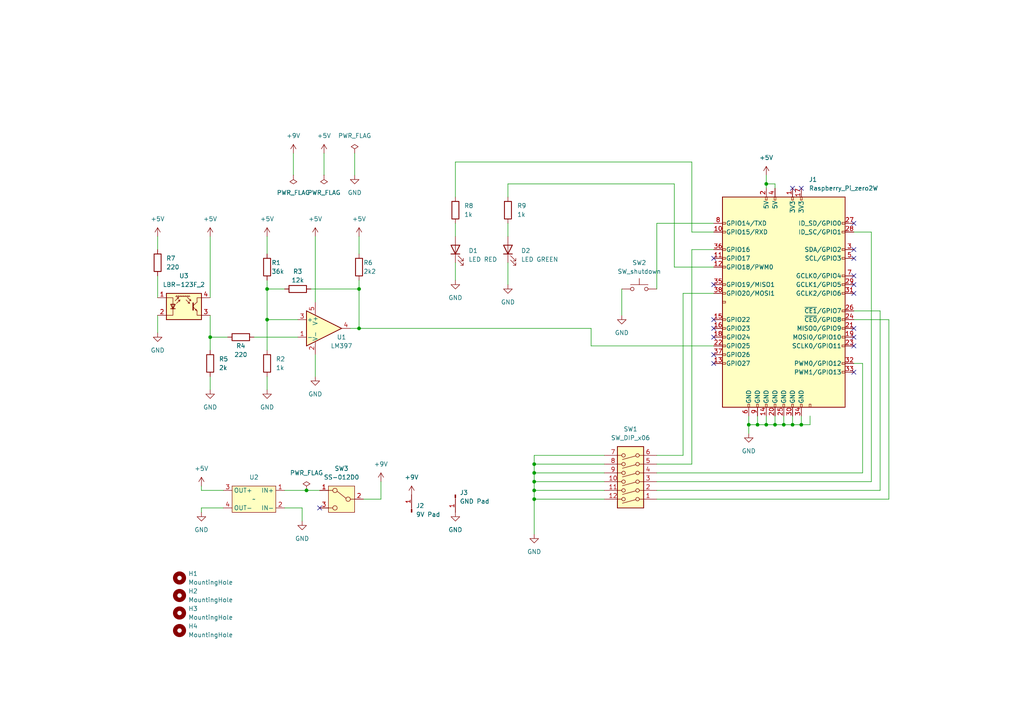
<source format=kicad_sch>
(kicad_sch (version 20230121) (generator eeschema)
  (paper "A4")
  (title_block (title "FILM MAGAZINE") (rev "1") (company "frogman crafts"))
  (lib_symbols
    (symbol "Comparator:LM397" (pin_names (offset 0.127))
      (property "Reference" "U" (at 1.27 5.08 0))
      (property "Value" "LM397" (at 3.81 -5.08 0))
      (symbol "LM397_0_1"
        (polyline (pts (xy -5.08 5.08) (xy 5.08 0) (xy -5.08 -5.08) (xy -5.08 5.08)) (stroke (width 0.254)) (fill (type background)))
      )
      (symbol "LM397_1_1"
        (pin input line (at -7.62 -2.54 0) (length 2.54) (name "-") (number "1"))
        (pin power_in line (at -2.54 -7.62 90) (length 3.81) (name "V-") (number "2"))
        (pin input line (at -7.62 2.54 0) (length 2.54) (name "+") (number "3"))
        (pin open_collector line (at 7.62 0 180) (length 2.54) (name "~") (number "4"))
        (pin power_in line (at -2.54 7.62 270) (length 3.81) (name "V+") (number "5"))
      )
    )
    (symbol "Connector:Conn_01x01_Pin" (pin_names (offset 1.016) hide)
      (property "Reference" "J" (at 0 2.54 0))
      (property "Value" "Conn_01x01_Pin" (at 0 -2.54 0))
      (symbol "Conn_01x01_Pin_1_1"
        (polyline (pts (xy 1.27 0) (xy 0.8636 0)) (stroke (width 0.1524)))
        (rectangle (start 0.8636 0.127) (end 0 -0.127) (stroke (width 0.1524)) (fill (type outline)))
        (pin passive line (at 5.08 0 180) (length 3.81) (name "Pin_1") (number "1"))
      )
    )
    (symbol "Device:LED" (pin_numbers hide) (pin_names (offset 1.016) hide)
      (property "Reference" "D" (at 0 2.54 0))
      (property "Value" "LED" (at 0 -2.54 0))
      (symbol "LED_0_1"
        (polyline (pts (xy -1.27 -1.27) (xy -1.27 1.27)) (stroke (width 0.254)))
        (polyline (pts (xy -1.27 0) (xy 1.27 0)))
        (polyline (pts (xy 1.27 -1.27) (xy 1.27 1.27) (xy -1.27 0) (xy 1.27 -1.27)) (stroke (width 0.254)))
        (polyline (pts (xy -3.048 -0.762) (xy -4.572 -2.286) (xy -3.81 -2.286) (xy -4.572 -2.286) (xy -4.572 -1.524)))
        (polyline (pts (xy -1.778 -0.762) (xy -3.302 -2.286) (xy -2.54 -2.286) (xy -3.302 -2.286) (xy -3.302 -1.524)))
      )
      (symbol "LED_1_1"
        (pin passive line (at -3.81 0 0) (length 2.54) (name "K") (number "1"))
        (pin passive line (at 3.81 0 180) (length 2.54) (name "A") (number "2"))
      )
    )
    (symbol "Device:R" (pin_numbers hide) (pin_names (offset 0))
      (property "Reference" "R" (at 2.032 0 90))
      (property "Value" "R" (at 0 0 90))
      (symbol "R_0_1"
        (rectangle (start -1.016 -2.54) (end 1.016 2.54) (stroke (width 0.254)))
      )
      (symbol "R_1_1"
        (pin passive line (at 0 3.81 270) (length 1.27) (name "~") (number "1"))
        (pin passive line (at 0 -3.81 90) (length 1.27) (name "~") (number "2"))
      )
    )
    (symbol "Mechanical:MountingHole" (pin_names (offset 1.016))
      (property "Reference" "H" (at 0 5.08 0))
      (property "Value" "MountingHole" (at 0 3.175 0))
      (symbol "MountingHole_0_1"
        (circle (center 0 0) (radius 1.27) (stroke (width 1.27)))
      )
    )
    (symbol "Switch:SW_DIP_x06" (pin_names (offset 0) hide)
      (property "Reference" "SW" (at 0 11.43 0))
      (property "Value" "SW_DIP_x06" (at 0 -8.89 0))
      (symbol "SW_DIP_x06_0_0"
        (circle (center -2.032 -5.08) (radius 0.508))
        (circle (center -2.032 -2.54) (radius 0.508))
        (circle (center -2.032 0) (radius 0.508))
        (circle (center -2.032 2.54) (radius 0.508))
        (circle (center -2.032 5.08) (radius 0.508))
        (circle (center -2.032 7.62) (radius 0.508))
        (polyline (pts (xy -1.524 -4.9276) (xy 2.3622 -3.8862)))
        (polyline (pts (xy -1.524 -2.3876) (xy 2.3622 -1.3462)))
        (polyline (pts (xy -1.524 0.127) (xy 2.3622 1.1684)))
        (polyline (pts (xy -1.524 2.667) (xy 2.3622 3.7084)))
        (polyline (pts (xy -1.524 5.207) (xy 2.3622 6.2484)))
        (polyline (pts (xy -1.524 7.747) (xy 2.3622 8.7884)))
        (circle (center 2.032 -5.08) (radius 0.508))
        (circle (center 2.032 -2.54) (radius 0.508))
        (circle (center 2.032 0) (radius 0.508))
        (circle (center 2.032 2.54) (radius 0.508))
        (circle (center 2.032 5.08) (radius 0.508))
        (circle (center 2.032 7.62) (radius 0.508))
      )
      (symbol "SW_DIP_x06_0_1"
        (rectangle (start -3.81 10.16) (end 3.81 -7.62) (stroke (width 0.254)) (fill (type background)))
      )
      (symbol "SW_DIP_x06_1_1"
        (pin passive line (at -7.62 7.62 0) (length 5.08) (name "~") (number "1"))
        (pin passive line (at 7.62 2.54 180) (length 5.08) (name "~") (number "10"))
        (pin passive line (at 7.62 5.08 180) (length 5.08) (name "~") (number "11"))
        (pin passive line (at 7.62 7.62 180) (length 5.08) (name "~") (number "12"))
        (pin passive line (at -7.62 5.08 0) (length 5.08) (name "~") (number "2"))
        (pin passive line (at -7.62 2.54 0) (length 5.08) (name "~") (number "3"))
        (pin passive line (at -7.62 0 0) (length 5.08) (name "~") (number "4"))
        (pin passive line (at -7.62 -2.54 0) (length 5.08) (name "~") (number "5"))
        (pin passive line (at -7.62 -5.08 0) (length 5.08) (name "~") (number "6"))
        (pin passive line (at 7.62 -5.08 180) (length 5.08) (name "~") (number "7"))
        (pin passive line (at 7.62 -2.54 180) (length 5.08) (name "~") (number "8"))
        (pin passive line (at 7.62 0 180) (length 5.08) (name "~") (number "9"))
      )
    )
    (symbol "Switch:SW_Push" (pin_numbers hide) (pin_names (offset 1.016) hide)
      (property "Reference" "SW" (at 1.27 2.54 0))
      (property "Value" "SW_Push" (at 0 -1.524 0))
      (symbol "SW_Push_0_1"
        (circle (center -2.032 0) (radius 0.508))
        (polyline (pts (xy 0 1.27) (xy 0 3.048)))
        (polyline (pts (xy 2.54 1.27) (xy -2.54 1.27)))
        (circle (center 2.032 0) (radius 0.508))
        (pin passive line (at -5.08 0 0) (length 2.54) (name "1") (number "1"))
        (pin passive line (at 5.08 0 180) (length 2.54) (name "2") (number "2"))
      )
    )
    (symbol "crockwork_cinecamera:LBR-123F_2" (pin_names (offset 0.0254) hide)
      (property "Reference" "U" (at -3.81 5.08 0))
      (property "Value" "LBR-123F_2" (at 15.24 5.08 0))
      (symbol "LBR-123F_2_0_1"
        (polyline (pts (xy -3.81 -0.635) (xy -2.54 -0.635)) (stroke (width 0.254)))
        (polyline (pts (xy -2.286 2.921) (xy -2.032 3.175)))
        (polyline (pts (xy -1.778 2.921) (xy -1.524 3.175)))
        (polyline (pts (xy -1.524 2.667) (xy -1.651 2.159)))
        (polyline (pts (xy -1.27 2.921) (xy -1.016 3.175)))
        (polyline (pts (xy -1.143 1.905) (xy -1.27 1.397)))
        (polyline (pts (xy -0.762 2.921) (xy -0.508 3.175)))
        (polyline (pts (xy -0.254 2.921) (xy 0 3.175)))
        (polyline (pts (xy 0.254 2.921) (xy 0.508 3.175)))
        (polyline (pts (xy 0.762 2.921) (xy 1.016 3.175)))
        (polyline (pts (xy 1.27 2.921) (xy 1.524 3.175)))
        (polyline (pts (xy 1.651 0.889) (xy 1.143 1.016)))
        (polyline (pts (xy 1.778 2.921) (xy -2.413 2.921)))
        (polyline (pts (xy 2.032 1.651) (xy 1.524 1.778)))
        (polyline (pts (xy 2.667 0.254) (xy 3.81 1.27)))
        (polyline (pts (xy 2.794 -0.254) (xy 3.429 -0.889)))
        (polyline (pts (xy -2.54 1.651) (xy -1.524 2.667) (xy -2.032 2.54)))
        (polyline (pts (xy -2.159 0.889) (xy -1.143 1.905) (xy -1.651 1.778)))
        (polyline (pts (xy 0.635 1.905) (xy 1.651 0.889) (xy 1.524 1.397)))
        (polyline (pts (xy 1.016 2.667) (xy 2.032 1.651) (xy 1.905 2.159)))
        (polyline (pts (xy 2.667 1.016) (xy 2.667 -1.016) (xy 2.667 -1.016)) (stroke (width 0.3556)))
        (polyline (pts (xy 3.81 -1.27) (xy 3.81 -2.54) (xy 5.08 -2.54)))
        (polyline (pts (xy 3.81 1.27) (xy 3.81 2.54) (xy 5.08 2.54)))
        (polyline (pts (xy -5.08 -2.54) (xy -3.175 -2.54) (xy -3.175 2.54) (xy -5.08 2.54)))
        (polyline (pts (xy -3.175 -0.635) (xy -3.81 0.635) (xy -2.54 0.635) (xy -3.175 -0.635)) (stroke (width 0.254)))
        (polyline (pts (xy 3.81 -1.27) (xy 3.556 -0.762) (xy 3.302 -1.016) (xy 3.81 -1.27)))
        (polyline (pts (xy -5.08 -3.81) (xy 5.08 -3.81) (xy 5.08 3.81) (xy -5.08 3.81) (xy -5.08 -3.81)) (stroke (width 0.254)) (fill (type background)))
      )
      (symbol "LBR-123F_2_1_1"
        (pin input line (at -7.62 2.54 0) (length 2.54) (name "A") (number "1"))
        (pin power_in line (at -7.62 -2.54 0) (length 2.54) (name "K") (number "2"))
        (pin output line (at 7.62 -2.54 180) (length 2.54) (name "~") (number "3"))
        (pin power_in line (at 7.62 2.54 180) (length 2.54) (name "~") (number "4"))
      )
    )
    (symbol "crockwork_cinecamera:MP2307_DC-DC_converter_board"
      (property "Reference" "U" (at 1.27 5.08 0))
      (symbol "MP2307_DC-DC_converter_board_1_1"
        (rectangle (start -6.35 3.81) (end 6.35 -3.81) (fill (type background)))
        (pin power_in line (at 8.89 2.54 180) (length 2.54) (name "IN+") (number "1"))
        (pin power_in line (at 8.89 -2.54 180) (length 2.54) (name "IN-") (number "2"))
        (pin power_in line (at -8.89 2.54 0) (length 2.54) (name "OUT+") (number "3"))
        (pin power_in line (at -8.89 -2.54 0) (length 2.54) (name "OUT-") (number "4"))
      )
    )
    (symbol "crockwork_cinecamera:Raspberry_Pi_Zero2W_2x19" (pin_names (offset 1.016))
      (property "Reference" "J" (at -17.78 31.75 0))
      (property "Value" "Raspberry_Pi_zero2W" (at 10.16 -31.75 0))
      (symbol "Raspberry_Pi_Zero2W_2x19_0_1"
        (rectangle (start -17.78 30.48) (end 17.78 -30.48) (stroke (width 0.254)) (fill (type background)))
      )
      (symbol "Raspberry_Pi_Zero2W_2x19_1_1"
        (rectangle (start -16.891 -17.526) (end -17.78 -18.034))
        (rectangle (start -16.891 -14.986) (end -17.78 -15.494))
        (rectangle (start -16.891 -12.446) (end -17.78 -12.954))
        (rectangle (start -16.891 -9.906) (end -17.78 -10.414))
        (rectangle (start -16.891 -7.366) (end -17.78 -7.874))
        (rectangle (start -16.891 -4.826) (end -17.78 -5.334))
        (rectangle (start -16.891 0.254) (end -17.78 -0.254))
        (rectangle (start -16.891 2.794) (end -17.78 2.286))
        (rectangle (start -16.891 5.334) (end -17.78 4.826))
        (rectangle (start -16.891 10.414) (end -17.78 9.906))
        (rectangle (start -16.891 12.954) (end -17.78 12.446))
        (rectangle (start -16.891 15.494) (end -17.78 14.986))
        (rectangle (start -16.891 20.574) (end -17.78 20.066))
        (rectangle (start -16.891 23.114) (end -17.78 22.606))
        (rectangle (start -10.414 -29.591) (end -9.906 -30.48))
        (rectangle (start -7.874 -29.591) (end -7.366 -30.48))
        (rectangle (start -5.334 -29.591) (end -4.826 -30.48))
        (rectangle (start -5.334 30.48) (end -4.826 29.591))
        (rectangle (start -2.794 -29.591) (end -2.286 -30.48))
        (rectangle (start -2.794 30.48) (end -2.286 29.591))
        (rectangle (start -0.254 -29.591) (end 0.254 -30.48))
        (rectangle (start 2.286 -29.591) (end 2.794 -30.48))
        (rectangle (start 2.286 30.48) (end 2.794 29.591))
        (rectangle (start 4.826 -29.591) (end 5.334 -30.48))
        (rectangle (start 4.826 30.48) (end 5.334 29.591))
        (rectangle (start 7.366 -29.591) (end 7.874 -30.48))
        (rectangle (start 17.78 -20.066) (end 16.891 -20.574))
        (rectangle (start 17.78 -17.526) (end 16.891 -18.034))
        (rectangle (start 17.78 -12.446) (end 16.891 -12.954))
        (rectangle (start 17.78 -9.906) (end 16.891 -10.414))
        (rectangle (start 17.78 -7.366) (end 16.891 -7.874))
        (rectangle (start 17.78 -4.826) (end 16.891 -5.334))
        (rectangle (start 17.78 -2.286) (end 16.891 -2.794))
        (rectangle (start 17.78 2.794) (end 16.891 2.286))
        (rectangle (start 17.78 5.334) (end 16.891 4.826))
        (rectangle (start 17.78 7.874) (end 16.891 7.366))
        (rectangle (start 17.78 12.954) (end 16.891 12.446))
        (rectangle (start 17.78 15.494) (end 16.891 14.986))
        (rectangle (start 17.78 20.574) (end 16.891 20.066))
        (rectangle (start 17.78 23.114) (end 16.891 22.606))
        (pin power_in line (at 2.54 33.02 270) (length 2.54) (name "3V3") (number "1"))
        (pin bidirectional line (at -20.32 20.32 0) (length 2.54) (name "GPIO15/RXD") (number "10"))
        (pin bidirectional line (at -20.32 12.7 0) (length 2.54) (name "GPIO17") (number "11"))
        (pin bidirectional line (at -20.32 10.16 0) (length 2.54) (name "GPIO18/PWM0") (number "12"))
        (pin bidirectional line (at -20.32 -17.78 0) (length 2.54) (name "GPIO27") (number "13"))
        (pin power_in line (at -5.08 -33.02 90) (length 2.54) (name "GND") (number "14"))
        (pin bidirectional line (at -20.32 -5.08 0) (length 2.54) (name "GPIO22") (number "15"))
        (pin bidirectional line (at -20.32 -7.62 0) (length 2.54) (name "GPIO23") (number "16"))
        (pin power_in line (at 5.08 33.02 270) (length 2.54) (name "3V3") (number "17"))
        (pin bidirectional line (at -20.32 -10.16 0) (length 2.54) (name "GPIO24") (number "18"))
        (pin bidirectional line (at 20.32 -10.16 180) (length 2.54) (name "MOSI0/GPIO10") (number "19"))
        (pin power_in line (at -5.08 33.02 270) (length 2.54) (name "5V") (number "2"))
        (pin power_in line (at -2.54 -33.02 90) (length 2.54) (name "GND") (number "20"))
        (pin bidirectional line (at 20.32 -7.62 180) (length 2.54) (name "MISO0/GPIO9") (number "21"))
        (pin bidirectional line (at -20.32 -12.7 0) (length 2.54) (name "GPIO25") (number "22"))
        (pin bidirectional line (at 20.32 -12.7 180) (length 2.54) (name "SCLK0/GPIO11") (number "23"))
        (pin bidirectional line (at 20.32 -5.08 180) (length 2.54) (name "~{CE0}/GPIO8") (number "24"))
        (pin power_in line (at 0 -33.02 90) (length 2.54) (name "GND") (number "25"))
        (pin bidirectional line (at 20.32 -2.54 180) (length 2.54) (name "~{CE1}/GPIO7") (number "26"))
        (pin bidirectional line (at 20.32 22.86 180) (length 2.54) (name "ID_SD/GPIO0") (number "27"))
        (pin bidirectional line (at 20.32 20.32 180) (length 2.54) (name "ID_SC/GPIO1") (number "28"))
        (pin bidirectional line (at 20.32 5.08 180) (length 2.54) (name "GCLK1/GPIO5") (number "29"))
        (pin bidirectional line (at 20.32 15.24 180) (length 2.54) (name "SDA/GPIO2") (number "3"))
        (pin power_in line (at 2.54 -33.02 90) (length 2.54) (name "GND") (number "30"))
        (pin bidirectional line (at 20.32 2.54 180) (length 2.54) (name "GCLK2/GPIO6") (number "31"))
        (pin bidirectional line (at 20.32 -17.78 180) (length 2.54) (name "PWM0/GPIO12") (number "32"))
        (pin bidirectional line (at 20.32 -20.32 180) (length 2.54) (name "PWM1/GPIO13") (number "33"))
        (pin power_in line (at 5.08 -33.02 90) (length 2.54) (name "GND") (number "34"))
        (pin bidirectional line (at -20.32 5.08 0) (length 2.54) (name "GPIO19/MISO1") (number "35"))
        (pin bidirectional line (at -20.32 15.24 0) (length 2.54) (name "GPIO16") (number "36"))
        (pin bidirectional line (at -20.32 -15.24 0) (length 2.54) (name "GPIO26") (number "37"))
        (pin bidirectional line (at -20.32 2.54 0) (length 2.54) (name "GPIO20/MOSI1") (number "38"))
        (pin power_in line (at -2.54 33.02 270) (length 2.54) (name "5V") (number "4"))
        (pin bidirectional line (at 20.32 12.7 180) (length 2.54) (name "SCL/GPIO3") (number "5"))
        (pin power_in line (at -10.16 -33.02 90) (length 2.54) (name "GND") (number "6"))
        (pin bidirectional line (at 20.32 7.62 180) (length 2.54) (name "GCLK0/GPIO4") (number "7"))
        (pin bidirectional line (at -20.32 22.86 0) (length 2.54) (name "GPIO14/TXD") (number "8"))
        (pin power_in line (at -7.62 -33.02 90) (length 2.54) (name "GND") (number "9"))
      )
    )
    (symbol "crockwork_cinecamera:slide_switch"
      (property "Reference" "SW" (at 0 7.62 0))
      (property "Value" "SS-012D0" (at 0 5.08 0))
      (symbol "slide_switch_1_0"
        (pin passive line (at -6.35 2.54 0) (length 2.54) (name "") (number "1"))
      )
      (symbol "slide_switch_1_1"
        (rectangle (start -3.81 3.81) (end 3.81 -3.81) (fill (type background)))
        (circle (center -1.905 -2.54) (radius 0.635))
        (circle (center -1.905 2.54) (radius 0.635))
        (polyline (pts (xy -3.81 -2.54) (xy -2.54 -2.54)))
        (polyline (pts (xy -3.81 2.54) (xy -2.54 2.54)))
        (polyline (pts (xy -1.27 2.286) (xy 1.27 0.254)))
        (polyline (pts (xy 3.81 0) (xy 2.54 0)))
        (circle (center 1.905 0) (radius 0.635))
        (pin passive line (at 6.35 0 180) (length 2.54) (name "") (number "2"))
        (pin passive line (at -6.35 -2.54 0) (length 2.54) (name "") (number "3"))
      )
    )
    (symbol "power:+5V" (power) (pin_names (offset 0))
      (property "Value" "+5V" (at 0 3.556 0))
      (symbol "+5V_0_1"
        (polyline (pts (xy -0.762 1.27) (xy 0 2.54)))
        (polyline (pts (xy 0 0) (xy 0 2.54)))
        (polyline (pts (xy 0 2.54) (xy 0.762 1.27)))
      )
      (symbol "+5V_1_1"
        (pin power_in line (at 0 0 90) (length 0) hide (name "+5V") (number "1"))
      )
    )
    (symbol "power:+9V" (power) (pin_names (offset 0))
      (property "Value" "+9V" (at 0 3.556 0))
      (symbol "+9V_0_1"
        (polyline (pts (xy -0.762 1.27) (xy 0 2.54)))
        (polyline (pts (xy 0 0) (xy 0 2.54)))
        (polyline (pts (xy 0 2.54) (xy 0.762 1.27)))
      )
      (symbol "+9V_1_1"
        (pin power_in line (at 0 0 90) (length 0) hide (name "+9V") (number "1"))
      )
    )
    (symbol "power:GND" (power) (pin_names (offset 0))
      (property "Value" "GND" (at 0 -3.81 0))
      (symbol "GND_0_1"
        (polyline (pts (xy 0 0) (xy 0 -1.27) (xy 1.27 -1.27) (xy 0 -2.54) (xy -1.27 -1.27) (xy 0 -1.27)))
      )
      (symbol "GND_1_1"
        (pin power_in line (at 0 0 270) (length 0) hide (name "GND") (number "1"))
      )
    )
    (symbol "power:PWR_FLAG" (power) (pin_numbers hide) (pin_names (offset 0) hide)
      (property "Value" "PWR_FLAG" (at 0 3.81 0))
      (symbol "PWR_FLAG_0_0"
        (pin power_out line (at 0 0 90) (length 0) (name "pwr") (number "1"))
      )
      (symbol "PWR_FLAG_0_1"
        (polyline (pts (xy 0 0) (xy 0 1.27) (xy -1.016 1.905) (xy 0 2.54) (xy 1.016 1.905) (xy 0 1.27)))
      )
    )
  )
  (junction (at 222.25 53.34))
  (junction (at 104.14 95.25))
  (junction (at 154.94 134.62))
  (junction (at 217.17 123.19))
  (junction (at 219.71 123.19))
  (junction (at 88.9 142.24))
  (junction (at 154.94 142.24))
  (junction (at 154.94 139.7))
  (junction (at 77.47 83.82))
  (junction (at 154.94 137.16))
  (junction (at 222.25 123.19))
  (junction (at 77.47 92.71))
  (junction (at 232.41 123.19))
  (junction (at 104.14 83.82))
  (junction (at 154.94 144.78))
  (junction (at 227.33 123.19))
  (junction (at 224.79 123.19))
  (junction (at 229.87 123.19))
  (junction (at 60.96 97.79))
  (no_connect (at 247.65 64.77))
  (no_connect (at 247.65 107.95))
  (no_connect (at 92.71 147.32))
  (no_connect (at 207.01 95.25))
  (no_connect (at 207.01 74.93))
  (no_connect (at 247.65 97.79))
  (no_connect (at 247.65 85.09))
  (no_connect (at 229.87 54.61))
  (no_connect (at 247.65 72.39))
  (no_connect (at 207.01 97.79))
  (no_connect (at 247.65 95.25))
  (no_connect (at 207.01 102.87))
  (no_connect (at 247.65 100.33))
  (no_connect (at 207.01 105.41))
  (no_connect (at 207.01 82.55))
  (no_connect (at 247.65 80.01))
  (no_connect (at 207.01 92.71))
  (no_connect (at 247.65 82.55))
  (no_connect (at 232.41 54.61))
  (no_connect (at 247.65 74.93))
  (wire (pts (xy 91.44 102.87) (xy 91.44 109.22)))
  (wire (pts (xy 190.5 137.16) (xy 250.19 137.16)))
  (wire (pts (xy 227.33 120.65) (xy 227.33 123.19)))
  (wire (pts (xy 171.45 95.25) (xy 104.14 95.25)))
  (wire (pts (xy 190.5 134.62) (xy 200.66 134.62)))
  (wire (pts (xy 60.96 97.79) (xy 66.04 97.79)))
  (wire (pts (xy 60.96 97.79) (xy 60.96 101.6)))
  (wire (pts (xy 87.63 147.32) (xy 87.63 151.13)))
  (wire (pts (xy 232.41 120.65) (xy 232.41 123.19)))
  (wire (pts (xy 234.95 123.19) (xy 234.95 120.65)))
  (wire (pts (xy 77.47 83.82) (xy 77.47 92.71)))
  (wire (pts (xy 77.47 81.28) (xy 77.47 83.82)))
  (wire (pts (xy 154.94 137.16) (xy 175.26 137.16)))
  (wire (pts (xy 217.17 123.19) (xy 217.17 125.73)))
  (wire (pts (xy 255.27 90.17) (xy 247.65 90.17)))
  (wire (pts (xy 154.94 144.78) (xy 154.94 142.24)))
  (wire (pts (xy 77.47 83.82) (xy 82.55 83.82)))
  (wire (pts (xy 102.87 44.45) (xy 102.87 50.8)))
  (wire (pts (xy 257.81 92.71) (xy 257.81 144.78)))
  (wire (pts (xy 82.55 142.24) (xy 88.9 142.24)))
  (wire (pts (xy 91.44 68.58) (xy 91.44 87.63)))
  (wire (pts (xy 222.25 120.65) (xy 222.25 123.19)))
  (wire (pts (xy 217.17 123.19) (xy 219.71 123.19)))
  (wire (pts (xy 154.94 142.24) (xy 175.26 142.24)))
  (wire (pts (xy 224.79 53.34) (xy 224.79 54.61)))
  (wire (pts (xy 198.12 85.09) (xy 207.01 85.09)))
  (wire (pts (xy 58.42 140.97) (xy 58.42 142.24)))
  (wire (pts (xy 190.5 64.77) (xy 207.01 64.77)))
  (wire (pts (xy 207.01 67.31) (xy 200.66 67.31)))
  (wire (pts (xy 222.25 53.34) (xy 222.25 54.61)))
  (wire (pts (xy 195.58 53.34) (xy 147.32 53.34)))
  (wire (pts (xy 77.47 92.71) (xy 77.47 101.6)))
  (wire (pts (xy 93.98 44.45) (xy 93.98 50.8)))
  (wire (pts (xy 195.58 77.47) (xy 195.58 53.34)))
  (wire (pts (xy 132.08 76.2) (xy 132.08 81.28)))
  (wire (pts (xy 154.94 132.08) (xy 175.26 132.08)))
  (wire (pts (xy 45.72 91.44) (xy 45.72 96.52)))
  (wire (pts (xy 255.27 90.17) (xy 255.27 142.24)))
  (wire (pts (xy 132.08 64.77) (xy 132.08 68.58)))
  (wire (pts (xy 229.87 120.65) (xy 229.87 123.19)))
  (wire (pts (xy 147.32 64.77) (xy 147.32 68.58)))
  (wire (pts (xy 217.17 120.65) (xy 217.17 123.19)))
  (wire (pts (xy 247.65 92.71) (xy 257.81 92.71)))
  (wire (pts (xy 101.6 95.25) (xy 104.14 95.25)))
  (wire (pts (xy 171.45 100.33) (xy 171.45 95.25)))
  (wire (pts (xy 77.47 92.71) (xy 86.36 92.71)))
  (wire (pts (xy 219.71 120.65) (xy 219.71 123.19)))
  (wire (pts (xy 250.19 105.41) (xy 247.65 105.41)))
  (wire (pts (xy 154.94 139.7) (xy 175.26 139.7)))
  (wire (pts (xy 190.5 142.24) (xy 255.27 142.24)))
  (wire (pts (xy 252.73 139.7) (xy 252.73 67.31)))
  (wire (pts (xy 195.58 77.47) (xy 207.01 77.47)))
  (wire (pts (xy 154.94 144.78) (xy 154.94 154.94)))
  (wire (pts (xy 154.94 134.62) (xy 154.94 137.16)))
  (wire (pts (xy 45.72 68.58) (xy 45.72 72.39)))
  (wire (pts (xy 154.94 132.08) (xy 154.94 134.62)))
  (wire (pts (xy 147.32 57.15) (xy 147.32 53.34)))
  (wire (pts (xy 222.25 50.8) (xy 222.25 53.34)))
  (wire (pts (xy 154.94 134.62) (xy 175.26 134.62)))
  (wire (pts (xy 200.66 72.39) (xy 207.01 72.39)))
  (wire (pts (xy 229.87 123.19) (xy 232.41 123.19)))
  (wire (pts (xy 232.41 123.19) (xy 234.95 123.19)))
  (wire (pts (xy 190.5 139.7) (xy 252.73 139.7)))
  (wire (pts (xy 224.79 123.19) (xy 227.33 123.19)))
  (wire (pts (xy 154.94 139.7) (xy 154.94 142.24)))
  (wire (pts (xy 64.77 147.32) (xy 58.42 147.32)))
  (wire (pts (xy 58.42 147.32) (xy 58.42 148.59)))
  (wire (pts (xy 104.14 83.82) (xy 104.14 95.25)))
  (wire (pts (xy 60.96 68.58) (xy 60.96 86.36)))
  (wire (pts (xy 224.79 120.65) (xy 224.79 123.19)))
  (wire (pts (xy 252.73 67.31) (xy 247.65 67.31)))
  (wire (pts (xy 82.55 147.32) (xy 87.63 147.32)))
  (wire (pts (xy 90.17 83.82) (xy 104.14 83.82)))
  (wire (pts (xy 190.5 132.08) (xy 198.12 132.08)))
  (wire (pts (xy 88.9 142.24) (xy 92.71 142.24)))
  (wire (pts (xy 250.19 137.16) (xy 250.19 105.41)))
  (wire (pts (xy 200.66 72.39) (xy 200.66 134.62)))
  (wire (pts (xy 85.09 44.45) (xy 85.09 50.8)))
  (wire (pts (xy 180.34 83.82) (xy 180.34 91.44)))
  (wire (pts (xy 60.96 109.22) (xy 60.96 113.03)))
  (wire (pts (xy 222.25 123.19) (xy 224.79 123.19)))
  (wire (pts (xy 207.01 100.33) (xy 171.45 100.33)))
  (wire (pts (xy 105.41 144.78) (xy 110.49 144.78)))
  (wire (pts (xy 132.08 46.99) (xy 200.66 46.99)))
  (wire (pts (xy 190.5 83.82) (xy 190.5 64.77)))
  (wire (pts (xy 64.77 142.24) (xy 58.42 142.24)))
  (wire (pts (xy 104.14 81.28) (xy 104.14 83.82)))
  (wire (pts (xy 104.14 68.58) (xy 104.14 73.66)))
  (wire (pts (xy 132.08 46.99) (xy 132.08 57.15)))
  (wire (pts (xy 227.33 123.19) (xy 229.87 123.19)))
  (wire (pts (xy 45.72 80.01) (xy 45.72 86.36)))
  (wire (pts (xy 154.94 137.16) (xy 154.94 139.7)))
  (wire (pts (xy 200.66 67.31) (xy 200.66 46.99)))
  (wire (pts (xy 60.96 91.44) (xy 60.96 97.79)))
  (wire (pts (xy 73.66 97.79) (xy 86.36 97.79)))
  (wire (pts (xy 77.47 68.58) (xy 77.47 73.66)))
  (wire (pts (xy 147.32 76.2) (xy 147.32 82.55)))
  (wire (pts (xy 77.47 109.22) (xy 77.47 113.03)))
  (wire (pts (xy 154.94 144.78) (xy 175.26 144.78)))
  (wire (pts (xy 110.49 144.78) (xy 110.49 139.7)))
  (wire (pts (xy 198.12 85.09) (xy 198.12 132.08)))
  (wire (pts (xy 222.25 53.34) (xy 224.79 53.34)))
  (wire (pts (xy 219.71 123.19) (xy 222.25 123.19)))
  (wire (pts (xy 190.5 144.78) (xy 257.81 144.78)))
  (symbol (lib_id "power:+5V") (at 60.96 68.58 0) (unit 1)
    (property "Reference" "#PWR013" (effects hide))
    (property "Value" "+5V" (at 60.96 63.5 0))
  )
  (symbol (lib_id "Device:R") (at 60.96 105.41 0) (unit 1)
    (property "Reference" "R5" (at 63.5 104.14 0) (effects (justify left)))
    (property "Value" "2k" (at 63.5 106.68 0) (effects (justify left)))
    (property "Footprint" "Resistor_SMD:R_0805_2012Metric_Pad1.20x1.40mm_HandSolder" (effects hide))
  )
  (symbol (lib_id "crockwork_cinecamera:Raspberry_Pi_Zero2W_2x19") (at 227.33 87.63 0) (unit 1)
    (property "Reference" "J1" (at 234.6041 52.07 0) (effects (justify left)))
    (property "Value" "Raspberry_Pi_zero2W" (at 234.6041 54.61 0) (effects (justify left)))
    (property "Footprint" "Crockwork_Cinecamera:raspberry Pi socket 2x19" (effects hide))
    (property "Datasheet" "https://www.raspberrypi.org/documentation/hardware/raspberrypi/schematics/rpi_SCH_3bplus_1p0_reduced.pdf" (effects hide))
  )
  (symbol (lib_id "power:+9V") (at 110.49 139.7 0) (unit 1)
    (property "Reference" "#PWR011" (effects hide))
    (property "Value" "+9V" (at 110.49 134.62 0))
  )
  (symbol (lib_id "power:+5V") (at 77.47 68.58 0) (unit 1)
    (property "Reference" "#PWR08" (effects hide))
    (property "Value" "+5V" (at 77.47 63.5 0))
  )
  (symbol (lib_id "power:GND") (at 58.42 148.59 0) (unit 1)
    (property "Reference" "#PWR018" (effects hide))
    (property "Value" "GND" (at 58.42 153.67 0))
  )
  (symbol (lib_id "Mechanical:MountingHole") (at 52.07 167.64 0) (unit 1)
    (property "Reference" "H1" (at 54.61 166.37 0) (effects (justify left)))
    (property "Value" "MountingHole" (at 54.61 168.91 0) (effects (justify left)))
    (property "Footprint" "MountingHole:MountingHole_2.1mm" (effects hide))
  )
  (symbol (lib_id "power:GND") (at 77.47 113.03 0) (unit 1)
    (property "Reference" "#PWR05" (effects hide))
    (property "Value" "GND" (at 77.47 118.11 0))
  )
  (symbol (lib_id "Device:LED") (at 147.32 72.39 90) (unit 1)
    (property "Reference" "D2" (at 151.13 72.7075 90) (effects (justify right)))
    (property "Value" "LED GREEN" (at 151.13 75.2475 90) (effects (justify right)))
    (property "Footprint" "LED_THT:LED_D3.0mm" (effects hide))
  )
  (symbol (lib_id "power:PWR_FLAG") (at 85.09 50.8 180) (unit 1)
    (property "Reference" "#FLG03" (effects hide))
    (property "Value" "PWR_FLAG" (at 85.09 55.88 0))
  )
  (symbol (lib_id "power:GND") (at 217.17 125.73 0) (unit 1)
    (property "Reference" "#PWR023" (effects hide))
    (property "Value" "GND" (at 217.17 130.81 0))
  )
  (symbol (lib_id "power:GND") (at 154.94 154.94 0) (unit 1)
    (property "Reference" "#PWR010" (effects hide))
    (property "Value" "GND" (at 154.94 160.02 0))
  )
  (symbol (lib_id "Mechanical:MountingHole") (at 52.07 177.8 0) (unit 1)
    (property "Reference" "H3" (at 54.61 176.53 0) (effects (justify left)))
    (property "Value" "MountingHole" (at 54.61 179.07 0) (effects (justify left)))
    (property "Footprint" "MountingHole:MountingHole_2.1mm" (effects hide))
  )
  (symbol (lib_id "power:GND") (at 102.87 50.8 0) (unit 1)
    (property "Reference" "#PWR021" (effects hide))
    (property "Value" "GND" (at 102.87 55.88 0))
  )
  (symbol (lib_id "power:+5V") (at 58.42 140.97 0) (unit 1)
    (property "Reference" "#PWR012" (effects hide))
    (property "Value" "+5V" (at 58.42 135.89 0))
  )
  (symbol (lib_id "crockwork_cinecamera:LBR-123F_2") (at 53.34 88.9 0) (unit 1)
    (property "Reference" "U3" (at 53.34 80.01 0))
    (property "Value" "LBR-123F_2" (at 53.34 82.55 0))
    (property "Footprint" "Crockwork_Cinecamera:LBR-123F_2" (effects hide))
    (property "Datasheet" "https://akizukidenshi.com/goodsaffix/lbr-123f.pdf" (effects hide))
  )
  (symbol (lib_id "Switch:SW_Push") (at 185.42 83.82 0) (unit 1)
    (property "Reference" "SW2" (at 185.42 76.2 0))
    (property "Value" "SW_shutdown" (at 185.42 78.74 0))
    (property "Footprint" "Button_Switch_THT:SW_PUSH_6mm" (effects hide))
  )
  (symbol (lib_id "power:GND") (at 60.96 113.03 0) (unit 1)
    (property "Reference" "#PWR07" (effects hide))
    (property "Value" "GND" (at 60.96 118.11 0))
  )
  (symbol (lib_id "Switch:SW_DIP_x06") (at 182.88 137.16 180) (unit 1)
    (property "Reference" "SW1" (at 182.88 124.46 0))
    (property "Value" "SW_DIP_x06" (at 182.88 127 0))
    (property "Footprint" "Button_Switch_THT:SW_DIP_SPSTx06_Slide_9.78x17.42mm_W7.62mm_P2.54mm" (effects hide))
  )
  (symbol (lib_id "power:PWR_FLAG") (at 93.98 50.8 180) (unit 1)
    (property "Reference" "#FLG02" (effects hide))
    (property "Value" "PWR_FLAG" (at 93.98 55.88 0))
  )
  (symbol (lib_id "power:GND") (at 91.44 109.22 0) (unit 1)
    (property "Reference" "#PWR02" (effects hide))
    (property "Value" "GND" (at 91.44 114.3 0))
  )
  (symbol (lib_id "power:+5V") (at 222.25 50.8 0) (unit 1)
    (property "Reference" "#PWR03" (effects hide))
    (property "Value" "+5V" (at 222.25 45.72 0))
  )
  (symbol (lib_id "crockwork_cinecamera:slide_switch") (at 99.06 144.78 0) (unit 1)
    (property "Reference" "SW3" (at 99.06 135.89 0))
    (property "Value" "SS-012D0" (at 99.06 138.43 0))
    (property "Footprint" "Crockwork_Cinecamera:slide_switch" (effects hide))
  )
  (symbol (lib_id "Device:R") (at 69.85 97.79 90) (unit 1)
    (property "Reference" "R4" (at 69.85 100.33 90))
    (property "Value" "220" (at 69.85 102.87 90))
    (property "Footprint" "Resistor_SMD:R_0805_2012Metric_Pad1.20x1.40mm_HandSolder" (effects hide))
  )
  (symbol (lib_id "Mechanical:MountingHole") (at 52.07 182.88 0) (unit 1)
    (property "Reference" "H4" (at 54.61 181.61 0) (effects (justify left)))
    (property "Value" "MountingHole" (at 54.61 184.15 0) (effects (justify left)))
    (property "Footprint" "MountingHole:MountingHole_2.1mm" (effects hide))
  )
  (symbol (lib_id "Device:R") (at 147.32 60.96 0) (unit 1)
    (property "Reference" "R9" (at 149.9816 59.69 0) (effects (justify left)))
    (property "Value" "1k" (at 149.9816 62.23 0) (effects (justify left)))
    (property "Footprint" "Resistor_SMD:R_0805_2012Metric_Pad1.20x1.40mm_HandSolder" (effects hide))
  )
  (symbol (lib_id "Device:R") (at 86.36 83.82 90) (unit 1)
    (property "Reference" "R3" (at 86.36 78.74 90))
    (property "Value" "12k" (at 86.36 81.28 90))
    (property "Footprint" "Resistor_SMD:R_0805_2012Metric_Pad1.20x1.40mm_HandSolder" (effects hide))
  )
  (symbol (lib_id "Comparator:LM397") (at 93.98 95.25 0) (unit 1)
    (property "Reference" "U1" (at 99.06 97.79 0))
    (property "Value" "LM397" (at 99.06 100.33 0))
    (property "Footprint" "Package_TO_SOT_SMD:SOT-23-5" (effects hide))
    (property "Datasheet" "http://www.ti.com/lit/ds/symlink/lm397.pdf" (effects hide))
  )
  (symbol (lib_id "power:+5V") (at 104.14 68.58 0) (unit 1)
    (property "Reference" "#PWR04" (effects hide))
    (property "Value" "+5V" (at 104.14 63.5 0))
  )
  (symbol (lib_id "Mechanical:MountingHole") (at 52.07 172.72 0) (unit 1)
    (property "Reference" "H2" (at 54.61 171.45 0) (effects (justify left)))
    (property "Value" "MountingHole" (at 54.61 173.99 0) (effects (justify left)))
    (property "Footprint" "MountingHole:MountingHole_2.1mm" (effects hide))
  )
  (symbol (lib_id "Connector:Conn_01x01_Pin") (at 132.08 143.51 270) (unit 1)
    (property "Reference" "J3" (at 133.35 142.875 90) (effects (justify left)))
    (property "Value" "GND Pad" (at 133.35 145.415 90) (effects (justify left)))
    (property "Footprint" "Connector_Wire:SolderWirePad_1x01_SMD_1x2mm" (effects hide))
  )
  (symbol (lib_id "power:GND") (at 132.08 81.28 0) (unit 1)
    (property "Reference" "#PWR016" (effects hide))
    (property "Value" "GND" (at 132.08 86.36 0))
  )
  (symbol (lib_id "power:+5V") (at 45.72 68.58 0) (unit 1)
    (property "Reference" "#PWR014" (effects hide))
    (property "Value" "+5V" (at 45.72 63.5 0))
  )
  (symbol (lib_id "power:GND") (at 87.63 151.13 0) (unit 1)
    (property "Reference" "#PWR019" (effects hide))
    (property "Value" "GND" (at 87.63 156.21 0))
  )
  (symbol (lib_id "power:+5V") (at 93.98 44.45 0) (unit 1)
    (property "Reference" "#PWR015" (effects hide))
    (property "Value" "+5V" (at 93.98 39.37 0))
  )
  (symbol (lib_id "Device:R") (at 45.72 76.2 0) (unit 1)
    (property "Reference" "R7" (at 48.2107 74.93 0) (effects (justify left)))
    (property "Value" "220" (at 48.2107 77.47 0) (effects (justify left)))
    (property "Footprint" "Resistor_SMD:R_0805_2012Metric_Pad1.20x1.40mm_HandSolder" (effects hide))
  )
  (symbol (lib_id "Device:R") (at 77.47 77.47 0) (unit 1)
    (property "Reference" "R1" (at 78.74 76.2 0) (effects (justify left)))
    (property "Value" "36k" (at 78.74 78.74 0) (effects (justify left)))
    (property "Footprint" "Resistor_SMD:R_0805_2012Metric_Pad1.20x1.40mm_HandSolder" (effects hide))
  )
  (symbol (lib_id "power:GND") (at 45.72 96.52 0) (unit 1)
    (property "Reference" "#PWR09" (effects hide))
    (property "Value" "GND" (at 45.72 101.6 0))
  )
  (symbol (lib_id "Device:R") (at 104.14 77.47 0) (unit 1)
    (property "Reference" "R6" (at 105.41 76.2 0) (effects (justify left)))
    (property "Value" "2k2" (at 105.41 78.74 0) (effects (justify left)))
    (property "Footprint" "Resistor_SMD:R_0805_2012Metric_Pad1.20x1.40mm_HandSolder" (effects hide))
  )
  (symbol (lib_id "Connector:Conn_01x01_Pin") (at 119.38 148.59 90) (unit 1)
    (property "Reference" "J2" (at 120.65 146.685 90) (effects (justify right)))
    (property "Value" "9V Pad" (at 120.65 149.225 90) (effects (justify right)))
    (property "Footprint" "Connector_Wire:SolderWirePad_1x01_SMD_1x2mm" (effects hide))
  )
  (symbol (lib_id "Device:LED") (at 132.08 72.39 90) (unit 1)
    (property "Reference" "D1" (at 135.89 72.7075 90) (effects (justify right)))
    (property "Value" "LED RED" (at 135.89 75.2475 90) (effects (justify right)))
    (property "Footprint" "LED_THT:LED_D3.0mm" (effects hide))
  )
  (symbol (lib_id "power:GND") (at 147.32 82.55 0) (unit 1)
    (property "Reference" "#PWR017" (effects hide))
    (property "Value" "GND" (at 147.32 87.63 0))
  )
  (symbol (lib_id "power:PWR_FLAG") (at 88.9 142.24 0) (unit 1)
    (property "Reference" "#FLG04" (effects hide))
    (property "Value" "PWR_FLAG" (at 88.9 137.16 0))
  )
  (symbol (lib_id "crockwork_cinecamera:MP2307_DC-DC_converter_board") (at 73.66 144.78 0) (unit 1)
    (property "Reference" "U2" (at 73.66 138.43 0))
    (property "Value" "~" (at 73.66 144.78 0))
    (property "Footprint" "Crockwork_Cinecamera:MP2307 DC-DC Board" (effects hide))
  )
  (symbol (lib_id "power:PWR_FLAG") (at 102.87 44.45 0) (unit 1)
    (property "Reference" "#FLG01" (effects hide))
    (property "Value" "PWR_FLAG" (at 102.87 39.37 0))
  )
  (symbol (lib_id "Device:R") (at 132.08 60.96 0) (unit 1)
    (property "Reference" "R8" (at 134.62 59.69 0) (effects (justify left)))
    (property "Value" "1k" (at 134.62 62.23 0) (effects (justify left)))
    (property "Footprint" "Resistor_SMD:R_0805_2012Metric_Pad1.20x1.40mm_HandSolder" (effects hide))
  )
  (symbol (lib_id "power:+9V") (at 119.38 143.51 0) (unit 1)
    (property "Reference" "#PWR01" (effects hide))
    (property "Value" "+9V" (at 119.38 138.43 0))
  )
  (symbol (lib_id "Device:R") (at 77.47 105.41 0) (unit 1)
    (property "Reference" "R2" (at 80.01 104.14 0) (effects (justify left)))
    (property "Value" "1k" (at 80.01 106.68 0) (effects (justify left)))
    (property "Footprint" "Resistor_SMD:R_0805_2012Metric_Pad1.20x1.40mm_HandSolder" (effects hide))
  )
  (symbol (lib_id "power:+5V") (at 91.44 68.58 0) (unit 1)
    (property "Reference" "#PWR06" (effects hide))
    (property "Value" "+5V" (at 91.44 63.5 0))
  )
  (symbol (lib_id "power:GND") (at 132.08 148.59 0) (unit 1)
    (property "Reference" "#PWR024" (effects hide))
    (property "Value" "GND" (at 132.08 153.67 0))
  )
  (symbol (lib_id "power:GND") (at 180.34 91.44 0) (unit 1)
    (property "Reference" "#PWR020" (effects hide))
    (property "Value" "GND" (at 180.34 96.52 0))
  )
  (symbol (lib_id "power:+9V") (at 85.09 44.45 0) (unit 1)
    (property "Reference" "#PWR022" (effects hide))
    (property "Value" "+9V" (at 85.09 39.37 0))
  )
)
</source>
